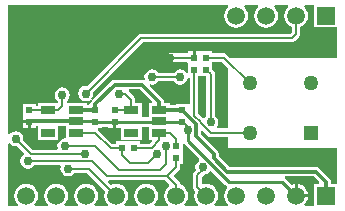
<source format=gbl>
G04*
G04 #@! TF.GenerationSoftware,Altium Limited,Altium Designer,19.0.15 (446)*
G04*
G04 Layer_Physical_Order=4*
G04 Layer_Color=16711680*
%FSLAX25Y25*%
%MOIN*%
G70*
G01*
G75*
%ADD12R,0.02362X0.01968*%
%ADD15R,0.01968X0.02362*%
%ADD20R,0.05000X0.05000*%
%ADD21C,0.05000*%
%ADD24C,0.00800*%
%ADD25R,0.05906X0.05906*%
%ADD26C,0.05906*%
%ADD27C,0.03000*%
%ADD28R,0.04921X0.02756*%
%ADD29C,0.01000*%
%ADD30C,0.01200*%
G36*
X92378Y67971D02*
X92181Y67819D01*
X91547Y66993D01*
X91149Y66032D01*
X91013Y65000D01*
X91149Y63968D01*
X91547Y63007D01*
X92181Y62181D01*
X93007Y61547D01*
X93573Y61313D01*
Y59591D01*
X92909Y58927D01*
X43400D01*
X43400Y58927D01*
X42854Y58819D01*
X42391Y58509D01*
X42391Y58509D01*
X25342Y41461D01*
X24900Y41549D01*
X23924Y41355D01*
X23098Y40802D01*
X22545Y39976D01*
X22351Y39000D01*
X22545Y38025D01*
X23098Y37198D01*
X23924Y36645D01*
X24900Y36451D01*
X25875Y36645D01*
X26645Y37159D01*
X26964Y36771D01*
X26847Y36654D01*
X26493Y36124D01*
X26369Y35500D01*
Y35453D01*
X25819D01*
Y35100D01*
X25185D01*
Y35858D01*
X18527D01*
Y36447D01*
X18902Y36698D01*
X19455Y37525D01*
X19649Y38500D01*
X19455Y39476D01*
X18902Y40302D01*
X18076Y40855D01*
X17100Y41049D01*
X16125Y40855D01*
X15298Y40302D01*
X14745Y39476D01*
X14551Y38500D01*
X14745Y37525D01*
X15298Y36698D01*
X15673Y36447D01*
Y35858D01*
X8815D01*
Y34908D01*
X8181D01*
Y35453D01*
X3819D01*
Y31484D01*
Y30031D01*
X6000D01*
Y29531D01*
X6500D01*
Y27547D01*
X8181D01*
Y28109D01*
X8815D01*
Y23622D01*
X15736D01*
Y28109D01*
X18264D01*
Y24303D01*
X18000Y24086D01*
X17025Y23892D01*
X16198Y23339D01*
X15645Y22512D01*
X15451Y21537D01*
X15611Y20731D01*
X15311Y20231D01*
X7324D01*
X3972Y23582D01*
X4049Y23968D01*
X3855Y24944D01*
X3302Y25771D01*
X2475Y26324D01*
X1500Y26518D01*
X525Y26324D01*
X-302Y25771D01*
X-471Y25519D01*
X-971Y25671D01*
Y68471D01*
X72208D01*
X72378Y67971D01*
X72181Y67819D01*
X71547Y66993D01*
X71149Y66032D01*
X71013Y65000D01*
X71149Y63968D01*
X71547Y63007D01*
X72181Y62181D01*
X73007Y61547D01*
X73968Y61149D01*
X75000Y61013D01*
X76032Y61149D01*
X76993Y61547D01*
X77819Y62181D01*
X78453Y63007D01*
X78851Y63968D01*
X78987Y65000D01*
X78851Y66032D01*
X78453Y66993D01*
X77819Y67819D01*
X77622Y67971D01*
X77792Y68471D01*
X82209D01*
X82378Y67971D01*
X82181Y67819D01*
X81547Y66993D01*
X81149Y66032D01*
X81013Y65000D01*
X81149Y63968D01*
X81547Y63007D01*
X82181Y62181D01*
X83007Y61547D01*
X83968Y61149D01*
X85000Y61013D01*
X86032Y61149D01*
X86993Y61547D01*
X87819Y62181D01*
X88453Y63007D01*
X88851Y63968D01*
X88987Y65000D01*
X88851Y66032D01*
X88453Y66993D01*
X87819Y67819D01*
X87622Y67971D01*
X87792Y68471D01*
X92208D01*
X92378Y67971D01*
D02*
G37*
G36*
X101047Y61047D02*
X108471D01*
Y51000D01*
X73046D01*
X72037Y52009D01*
X71574Y52319D01*
X71028Y52427D01*
X71027Y52427D01*
X66953D01*
Y53181D01*
X61532D01*
Y51000D01*
X60532D01*
Y53181D01*
X59047D01*
Y52427D01*
X53000D01*
X52454Y52319D01*
X51991Y52009D01*
X51681Y51546D01*
X51573Y51000D01*
X51681Y50454D01*
X51991Y49991D01*
X52454Y49681D01*
X53000Y49573D01*
X58785D01*
X59047Y49181D01*
Y45938D01*
X58547Y45786D01*
X58202Y46302D01*
X57376Y46855D01*
X56400Y47049D01*
X55424Y46855D01*
X54598Y46302D01*
X54347Y45927D01*
X49053D01*
X48802Y46302D01*
X47976Y46855D01*
X47000Y47049D01*
X46025Y46855D01*
X45198Y46302D01*
X44645Y45476D01*
X44451Y44500D01*
X44591Y43797D01*
X44141Y43496D01*
X44124Y43507D01*
X43500Y43631D01*
X34500D01*
X33876Y43507D01*
X33347Y43154D01*
X27129Y36936D01*
X26741Y37255D01*
X27255Y38025D01*
X27449Y39000D01*
X27361Y39442D01*
X43991Y56073D01*
X93500D01*
X93500Y56073D01*
X94046Y56181D01*
X94509Y56491D01*
X96009Y57991D01*
X96319Y58454D01*
X96427Y59000D01*
X96427Y59000D01*
Y61313D01*
X96993Y61547D01*
X97819Y62181D01*
X98453Y63007D01*
X98851Y63968D01*
X98987Y65000D01*
X98851Y66032D01*
X98453Y66993D01*
X97819Y67819D01*
X97622Y67971D01*
X97791Y68471D01*
X101047D01*
Y61047D01*
D02*
G37*
G36*
X59573Y44331D02*
Y35715D01*
X59181Y35453D01*
X54819D01*
Y35100D01*
X52909D01*
Y35858D01*
X51080D01*
Y36051D01*
X50956Y36676D01*
X50602Y37205D01*
X46208Y41599D01*
X46455Y42059D01*
X47000Y41951D01*
X47976Y42145D01*
X48802Y42698D01*
X49053Y43073D01*
X54347D01*
X54598Y42698D01*
X55424Y42145D01*
X56400Y41951D01*
X57376Y42145D01*
X58202Y42698D01*
X58755Y43525D01*
X58875Y44128D01*
X59321Y44392D01*
X59441Y44399D01*
X59573Y44331D01*
D02*
G37*
G36*
X46873Y36320D02*
X46681Y35858D01*
X45988D01*
Y31061D01*
X43944D01*
X43461Y31102D01*
Y35858D01*
X41427D01*
Y37000D01*
X41427Y37000D01*
X41319Y37546D01*
X41009Y38009D01*
X41009Y38009D01*
X39150Y39869D01*
X39349Y40369D01*
X42824D01*
X46873Y36320D01*
D02*
G37*
G36*
X65100Y31553D02*
X64725Y31302D01*
X64402Y30819D01*
X63905Y30770D01*
X62427Y32248D01*
Y44819D01*
X65100D01*
Y31553D01*
D02*
G37*
G36*
X35000Y27547D02*
X36539D01*
Y23622D01*
X43461D01*
Y28002D01*
X45988D01*
Y23622D01*
X46899D01*
X47090Y23160D01*
X46218Y22288D01*
X42953D01*
Y23042D01*
X35047D01*
Y22288D01*
X33731D01*
X29009Y27009D01*
X28953Y27047D01*
X29104Y27547D01*
X30181D01*
Y28002D01*
X32319D01*
Y27547D01*
X34000D01*
Y29531D01*
X35000D01*
Y27547D01*
D02*
G37*
G36*
X72439Y47570D02*
Y27392D01*
X68704D01*
X68460Y27892D01*
X68882Y28525D01*
X69076Y29500D01*
X68882Y30476D01*
X68330Y31302D01*
X67955Y31553D01*
Y45441D01*
X67846Y45987D01*
X67537Y46450D01*
X67537Y46450D01*
X66953Y47034D01*
Y48819D01*
X66953D01*
Y49573D01*
X70436D01*
X72439Y47570D01*
D02*
G37*
G36*
X65518Y24955D02*
X65518Y24955D01*
X65981Y24646D01*
X66527Y24537D01*
X66527Y24537D01*
X72439D01*
Y20721D01*
X108471D01*
Y8953D01*
X106631D01*
Y9500D01*
X106507Y10124D01*
X106154Y10654D01*
X102654Y14153D01*
X102124Y14507D01*
X101500Y14631D01*
X72676D01*
X69131Y18176D01*
Y19000D01*
X69007Y19624D01*
X68654Y20154D01*
X63331Y25476D01*
Y26489D01*
X63793Y26680D01*
X65518Y24955D01*
D02*
G37*
G36*
X102778Y9415D02*
X102587Y8953D01*
X101047D01*
Y1529D01*
X97791D01*
X97622Y2029D01*
X97819Y2181D01*
X98453Y3007D01*
X98851Y3968D01*
X98921Y4500D01*
X95000D01*
Y5000D01*
X94500D01*
Y8921D01*
X93968Y8851D01*
X93504Y8659D01*
X91440Y10722D01*
X91222Y10869D01*
X91373Y11369D01*
X100824D01*
X102778Y9415D01*
D02*
G37*
G36*
X71407Y8559D02*
X71904Y8228D01*
X71971Y8129D01*
X72077Y7684D01*
X71547Y6993D01*
X71149Y6032D01*
X71013Y5000D01*
X71149Y3968D01*
X71547Y3007D01*
X72181Y2181D01*
X72378Y2029D01*
X72208Y1529D01*
X67791D01*
X67622Y2029D01*
X67819Y2181D01*
X68453Y3007D01*
X68851Y3968D01*
X68987Y5000D01*
X68851Y6032D01*
X68453Y6993D01*
X67819Y7819D01*
X66993Y8453D01*
X66032Y8851D01*
X65000Y8987D01*
X64021Y8858D01*
X63852Y8895D01*
X63521Y9116D01*
Y11315D01*
X64136Y11931D01*
X64976Y12098D01*
X65802Y12650D01*
X66126Y13134D01*
X66769Y13197D01*
X71407Y8559D01*
D02*
G37*
G36*
X57919Y22048D02*
X62745Y17222D01*
X62681Y16578D01*
X62198Y16255D01*
X61645Y15428D01*
X61451Y14453D01*
X61645Y13477D01*
X61645Y13477D01*
X61084Y12916D01*
X60775Y12453D01*
X60666Y11907D01*
X60666Y11907D01*
Y7907D01*
X60666Y7907D01*
X60775Y7360D01*
X61084Y6897D01*
X61383Y6598D01*
X61149Y6032D01*
X61013Y5000D01*
X61149Y3968D01*
X61547Y3007D01*
X62181Y2181D01*
X62378Y2029D01*
X62208Y1529D01*
X57792D01*
X57622Y2029D01*
X57819Y2181D01*
X58453Y3007D01*
X58851Y3968D01*
X58987Y5000D01*
X58851Y6032D01*
X58453Y6993D01*
X57819Y7819D01*
X56993Y8453D01*
X56226Y8771D01*
X56135Y9230D01*
X55825Y9693D01*
X55825Y9693D01*
X54019Y11500D01*
X56009Y13491D01*
X56009Y13491D01*
X56319Y13954D01*
X56427Y14500D01*
X56427Y14500D01*
Y15547D01*
X57181D01*
Y19484D01*
Y22252D01*
X57681Y22404D01*
X57919Y22048D01*
D02*
G37*
G36*
X52662Y8819D02*
X52619Y8155D01*
X52181Y7819D01*
X51547Y6993D01*
X51149Y6032D01*
X51013Y5000D01*
X51149Y3968D01*
X51547Y3007D01*
X52181Y2181D01*
X52378Y2029D01*
X52209Y1529D01*
X47791D01*
X47622Y2029D01*
X47819Y2181D01*
X48453Y3007D01*
X48851Y3968D01*
X48987Y5000D01*
X48851Y6032D01*
X48453Y6993D01*
X47819Y7819D01*
X46993Y8453D01*
X46032Y8851D01*
X45000Y8987D01*
X43968Y8851D01*
X43007Y8453D01*
X42181Y7819D01*
X41547Y6993D01*
X41149Y6032D01*
X41013Y5000D01*
X41149Y3968D01*
X41547Y3007D01*
X42181Y2181D01*
X42378Y2029D01*
X42208Y1529D01*
X37791D01*
X37622Y2029D01*
X37819Y2181D01*
X38453Y3007D01*
X38851Y3968D01*
X38987Y5000D01*
X38851Y6032D01*
X38453Y6993D01*
X37819Y7819D01*
X36993Y8453D01*
X36032Y8851D01*
X35000Y8987D01*
X33968Y8851D01*
X33402Y8617D01*
X32446Y9573D01*
X32653Y10073D01*
X51409D01*
X52662Y8819D01*
D02*
G37*
G36*
X-302Y22166D02*
X525Y21614D01*
X1500Y21419D01*
X1998Y21519D01*
X4246Y19270D01*
X4183Y18627D01*
X3698Y18302D01*
X3145Y17476D01*
X2951Y16500D01*
X3145Y15525D01*
X3698Y14698D01*
X4524Y14145D01*
X5500Y13951D01*
X6475Y14145D01*
X7302Y14698D01*
X7553Y15073D01*
X16155D01*
X16565Y14573D01*
X16451Y14000D01*
X16645Y13025D01*
X17198Y12198D01*
X18024Y11645D01*
X19000Y11451D01*
X19975Y11645D01*
X20802Y12198D01*
X21053Y12573D01*
X25409D01*
X31383Y6598D01*
X31149Y6032D01*
X31013Y5000D01*
X31149Y3968D01*
X31547Y3007D01*
X32181Y2181D01*
X32378Y2029D01*
X32208Y1529D01*
X27792D01*
X27622Y2029D01*
X27819Y2181D01*
X28453Y3007D01*
X28851Y3968D01*
X28987Y5000D01*
X28851Y6032D01*
X28453Y6993D01*
X27819Y7819D01*
X26993Y8453D01*
X26032Y8851D01*
X25000Y8987D01*
X23968Y8851D01*
X23007Y8453D01*
X22181Y7819D01*
X21547Y6993D01*
X21149Y6032D01*
X21013Y5000D01*
X21149Y3968D01*
X21547Y3007D01*
X22181Y2181D01*
X22378Y2029D01*
X22208Y1529D01*
X17792D01*
X17622Y2029D01*
X17819Y2181D01*
X18453Y3007D01*
X18851Y3968D01*
X18987Y5000D01*
X18851Y6032D01*
X18453Y6993D01*
X17819Y7819D01*
X16993Y8453D01*
X16032Y8851D01*
X15000Y8987D01*
X13968Y8851D01*
X13007Y8453D01*
X12181Y7819D01*
X11547Y6993D01*
X11149Y6032D01*
X11013Y5000D01*
X11149Y3968D01*
X11547Y3007D01*
X12181Y2181D01*
X12378Y2029D01*
X12208Y1529D01*
X7791D01*
X7622Y2029D01*
X7819Y2181D01*
X8453Y3007D01*
X8851Y3968D01*
X8987Y5000D01*
X8851Y6032D01*
X8453Y6993D01*
X7819Y7819D01*
X6993Y8453D01*
X6032Y8851D01*
X5000Y8987D01*
X3968Y8851D01*
X3007Y8453D01*
X2181Y7819D01*
X1547Y6993D01*
X1149Y6032D01*
X1013Y5000D01*
X1149Y3968D01*
X1547Y3007D01*
X2181Y2181D01*
X2378Y2029D01*
X2208Y1529D01*
X-971D01*
Y22266D01*
X-471Y22418D01*
X-302Y22166D01*
D02*
G37*
%LPC*%
G36*
X5500Y29032D02*
X3819D01*
Y27547D01*
X5500D01*
Y29032D01*
D02*
G37*
G36*
X95500Y8921D02*
Y5500D01*
X98921D01*
X98851Y6032D01*
X98453Y6993D01*
X97819Y7819D01*
X96993Y8453D01*
X96032Y8851D01*
X95500Y8921D01*
D02*
G37*
%LPD*%
D12*
X55000Y17531D02*
D03*
Y21468D02*
D03*
X57000Y29531D02*
D03*
Y33468D02*
D03*
X34500Y29531D02*
D03*
Y33468D02*
D03*
X28000Y29531D02*
D03*
Y33468D02*
D03*
X6000D02*
D03*
Y29531D02*
D03*
D15*
X37031Y20861D02*
D03*
X40968D02*
D03*
X64969Y47000D02*
D03*
X61032D02*
D03*
X61032Y51000D02*
D03*
X64969D02*
D03*
D20*
X100000Y25965D02*
D03*
D21*
X79528D02*
D03*
Y42500D02*
D03*
X100000D02*
D03*
D24*
X51500Y15500D02*
Y21468D01*
X49500Y13500D02*
X51500Y15500D01*
X35969Y13500D02*
X49500D01*
X27931Y21537D02*
X35969Y13500D01*
X55000Y14500D02*
Y17531D01*
X52000Y11500D02*
X55000Y14500D01*
X18000Y21537D02*
X27931D01*
X6732Y18803D02*
X24553D01*
X24750Y19000D01*
X5500Y16500D02*
X27000D01*
X1567Y23968D02*
X6732Y18803D01*
X1500Y23968D02*
X1567D01*
X37031Y18469D02*
X39500Y16000D01*
X37031Y18469D02*
Y20861D01*
X39500Y16000D02*
X45697D01*
X48500Y18803D01*
X27000Y16500D02*
X32000Y11500D01*
X52000D01*
X54816Y8684D01*
Y5184D02*
Y8684D01*
Y5184D02*
X55000Y5000D01*
X19000Y14000D02*
X26000D01*
X35000Y5000D01*
X49484Y25965D02*
X53000D01*
X49449Y26000D02*
X49484Y25965D01*
X53000D02*
X55000Y23965D01*
Y21468D02*
Y23965D01*
X49449Y23500D02*
Y26000D01*
X46809Y20861D02*
X49449Y23500D01*
X40968Y20861D02*
X46809D01*
X21724Y26000D02*
X28000D01*
X33140Y20861D01*
X37031D01*
X64969Y47000D02*
X66527Y45441D01*
Y29500D02*
Y45441D01*
X63300Y29192D02*
X66527Y25965D01*
X63300Y29192D02*
Y29357D01*
X61000Y31657D02*
X63300Y29357D01*
X61000Y31657D02*
Y46968D01*
X66527Y25965D02*
X79528D01*
X47000Y44500D02*
X56400D01*
X17100Y35000D02*
Y38500D01*
X15580Y33480D02*
X17100Y35000D01*
X12276Y33480D02*
X15580D01*
X40000D02*
Y37000D01*
X38000Y39000D02*
X40000Y37000D01*
X36000Y39000D02*
X38000D01*
X93500Y57500D02*
X95000Y59000D01*
Y65000D01*
X43400Y57500D02*
X93500D01*
X24900Y39000D02*
X43400Y57500D01*
X53000Y51000D02*
X61032D01*
X61000Y46968D02*
X61032Y47000D01*
X64969Y51000D02*
X71028D01*
X79528Y42500D01*
X62093Y11907D02*
X64187Y14000D01*
X62093Y7907D02*
Y11907D01*
X59000Y26937D02*
Y27728D01*
X57197Y29531D02*
X59000Y27728D01*
X57000Y29531D02*
X57197D01*
X62093Y7907D02*
X65000Y5000D01*
X34500Y33468D02*
X34512Y33480D01*
X40000D01*
X6000Y29531D02*
X6209Y29740D01*
X6000Y33468D02*
X6012Y33480D01*
X12276D01*
D25*
X105000Y65000D02*
D03*
Y5000D02*
D03*
D26*
X95000Y65000D02*
D03*
X85000D02*
D03*
X75000D02*
D03*
X95000Y5000D02*
D03*
X85000D02*
D03*
X75000D02*
D03*
X65000D02*
D03*
X55000D02*
D03*
X45000D02*
D03*
X35000D02*
D03*
X25000D02*
D03*
X15000D02*
D03*
X5000D02*
D03*
D27*
X51500Y21468D02*
D03*
X24750Y19000D02*
D03*
X18000Y21537D02*
D03*
X19000Y14000D02*
D03*
X48500Y18803D02*
D03*
X5500Y16500D02*
D03*
X1500Y23968D02*
D03*
X66527Y29500D02*
D03*
X47000Y44500D02*
D03*
X56400D02*
D03*
X36000Y39000D02*
D03*
X24900D02*
D03*
X53000Y51000D02*
D03*
X59000Y26937D02*
D03*
X64000Y14453D02*
D03*
X13100Y38500D02*
D03*
X17100D02*
D03*
D28*
X12276Y33480D02*
D03*
Y26000D02*
D03*
X21724D02*
D03*
Y29740D02*
D03*
Y33480D02*
D03*
X40000D02*
D03*
Y26000D02*
D03*
X49449D02*
D03*
Y29740D02*
D03*
Y33480D02*
D03*
D29*
X72489Y9641D02*
X90359D01*
X59000Y23130D02*
X72489Y9641D01*
X59000Y23130D02*
Y26937D01*
X90359Y9641D02*
X95000Y5000D01*
X27791Y29740D02*
X28000Y29531D01*
X21724Y29740D02*
X27791D01*
X28000Y29531D02*
X34500D01*
X49240D01*
X49449Y29740D01*
X49657Y29531D01*
X57000D01*
D30*
X61700Y24800D02*
X67500Y19000D01*
X61700Y24800D02*
Y28694D01*
X67500Y17500D02*
Y19000D01*
X56925Y33468D02*
X61700Y28694D01*
X72000Y13000D02*
X101500D01*
X67500Y17500D02*
X72000Y13000D01*
X56925Y33468D02*
X57000D01*
X49461D02*
X56925D01*
X28000Y35500D02*
X34500Y42000D01*
X28000Y33468D02*
Y35500D01*
X34500Y42000D02*
X43500D01*
X49449Y36051D01*
X6209Y29740D02*
X21724D01*
X101500Y13000D02*
X105000Y9500D01*
X49449Y33480D02*
X49461Y33468D01*
X49449Y33480D02*
Y36051D01*
X21724Y33480D02*
X21736Y33468D01*
X28000D01*
X105000Y5000D02*
Y9500D01*
M02*

</source>
